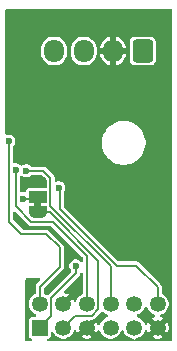
<source format=gbr>
%TF.GenerationSoftware,KiCad,Pcbnew,9.0.6*%
%TF.CreationDate,2025-12-29T21:45:30-05:00*%
%TF.ProjectId,plimsoll,706c696d-736f-46c6-9c2e-6b696361645f,rev?*%
%TF.SameCoordinates,Original*%
%TF.FileFunction,Copper,L4,Bot*%
%TF.FilePolarity,Positive*%
%FSLAX46Y46*%
G04 Gerber Fmt 4.6, Leading zero omitted, Abs format (unit mm)*
G04 Created by KiCad (PCBNEW 9.0.6) date 2025-12-29 21:45:30*
%MOMM*%
%LPD*%
G01*
G04 APERTURE LIST*
G04 Aperture macros list*
%AMRoundRect*
0 Rectangle with rounded corners*
0 $1 Rounding radius*
0 $2 $3 $4 $5 $6 $7 $8 $9 X,Y pos of 4 corners*
0 Add a 4 corners polygon primitive as box body*
4,1,4,$2,$3,$4,$5,$6,$7,$8,$9,$2,$3,0*
0 Add four circle primitives for the rounded corners*
1,1,$1+$1,$2,$3*
1,1,$1+$1,$4,$5*
1,1,$1+$1,$6,$7*
1,1,$1+$1,$8,$9*
0 Add four rect primitives between the rounded corners*
20,1,$1+$1,$2,$3,$4,$5,0*
20,1,$1+$1,$4,$5,$6,$7,0*
20,1,$1+$1,$6,$7,$8,$9,0*
20,1,$1+$1,$8,$9,$2,$3,0*%
%AMFreePoly0*
4,1,23,0.550000,-0.750000,0.000000,-0.750000,0.000000,-0.745722,-0.065263,-0.745722,-0.191342,-0.711940,-0.304381,-0.646677,-0.396677,-0.554381,-0.461940,-0.441342,-0.495722,-0.315263,-0.495722,-0.250000,-0.500000,-0.250000,-0.500000,0.250000,-0.495722,0.250000,-0.495722,0.315263,-0.461940,0.441342,-0.396677,0.554381,-0.304381,0.646677,-0.191342,0.711940,-0.065263,0.745722,0.000000,0.745722,
0.000000,0.750000,0.550000,0.750000,0.550000,-0.750000,0.550000,-0.750000,$1*%
%AMFreePoly1*
4,1,23,0.000000,0.745722,0.065263,0.745722,0.191342,0.711940,0.304381,0.646677,0.396677,0.554381,0.461940,0.441342,0.495722,0.315263,0.495722,0.250000,0.500000,0.250000,0.500000,-0.250000,0.495722,-0.250000,0.495722,-0.315263,0.461940,-0.441342,0.396677,-0.554381,0.304381,-0.646677,0.191342,-0.711940,0.065263,-0.745722,0.000000,-0.745722,0.000000,-0.750000,-0.550000,-0.750000,
-0.550000,0.750000,0.000000,0.750000,0.000000,0.745722,0.000000,0.745722,$1*%
G04 Aperture macros list end*
%TA.AperFunction,EtchedComponent*%
%ADD10C,0.000000*%
%TD*%
%TA.AperFunction,ComponentPad*%
%ADD11RoundRect,0.250000X0.600000X0.725000X-0.600000X0.725000X-0.600000X-0.725000X0.600000X-0.725000X0*%
%TD*%
%TA.AperFunction,ComponentPad*%
%ADD12O,1.700000X1.950000*%
%TD*%
%TA.AperFunction,SMDPad,CuDef*%
%ADD13FreePoly0,90.000000*%
%TD*%
%TA.AperFunction,SMDPad,CuDef*%
%ADD14R,1.500000X1.000000*%
%TD*%
%TA.AperFunction,SMDPad,CuDef*%
%ADD15FreePoly1,90.000000*%
%TD*%
%TA.AperFunction,ComponentPad*%
%ADD16R,1.350000X1.350000*%
%TD*%
%TA.AperFunction,ComponentPad*%
%ADD17C,1.350000*%
%TD*%
%TA.AperFunction,ViaPad*%
%ADD18C,0.600000*%
%TD*%
%TA.AperFunction,Conductor*%
%ADD19C,0.200000*%
%TD*%
G04 APERTURE END LIST*
D10*
%TA.AperFunction,EtchedComponent*%
%TO.C,JP2*%
G36*
X29630000Y-37310000D02*
G01*
X29030000Y-37310000D01*
X29030000Y-36810000D01*
X29630000Y-36810000D01*
X29630000Y-37310000D01*
G37*
%TD.AperFunction*%
%TD*%
D11*
%TO.P,J3,1,Pin_1*%
%TO.N,+3.3VADC*%
X38200000Y-24060000D03*
D12*
%TO.P,J3,2,Pin_2*%
%TO.N,GND*%
X35700000Y-24060000D03*
%TO.P,J3,3,Pin_3*%
%TO.N,/Signal-*%
X33200000Y-24060000D03*
%TO.P,J3,4,Pin_4*%
%TO.N,/Signal+*%
X30700000Y-24060000D03*
%TD*%
D13*
%TO.P,JP2,1,A*%
%TO.N,/B6*%
X29330000Y-37710000D03*
D14*
%TO.P,JP2,2,C*%
%TO.N,Net-(JP2-C)*%
X29330000Y-36410000D03*
D15*
%TO.P,JP2,3,B*%
%TO.N,GND*%
X29330000Y-35110000D03*
%TD*%
D16*
%TO.P,J1,1,Pin_1*%
%TO.N,VBUS*%
X29480000Y-47480000D03*
D17*
%TO.P,J1,2,Pin_2*%
%TO.N,+3V3*%
X29480000Y-45480000D03*
%TO.P,J1,3,Pin_3*%
%TO.N,/B6*%
X31480000Y-47480000D03*
%TO.P,J1,4,Pin_4*%
%TO.N,GND*%
X31480000Y-45480000D03*
%TO.P,J1,5,Pin_5*%
X33480000Y-47480000D03*
%TO.P,J1,6,Pin_6*%
%TO.N,/B5*%
X33480000Y-45480000D03*
%TO.P,J1,7,Pin_7*%
%TO.N,/D2*%
X35480000Y-47480000D03*
%TO.P,J1,8,Pin_8*%
%TO.N,/B4*%
X35480000Y-45480000D03*
%TO.P,J1,9,Pin_9*%
%TO.N,/D3*%
X37480000Y-47480000D03*
%TO.P,J1,10,Pin_10*%
%TO.N,/B3*%
X37480000Y-45480000D03*
%TO.P,J1,11,Pin_11*%
%TO.N,GND*%
X39480000Y-47480000D03*
%TO.P,J1,12,Pin_12*%
%TO.N,/C13*%
X39480000Y-45480000D03*
%TD*%
D18*
%TO.N,GND*%
X40040000Y-42970000D03*
X40170000Y-38790000D03*
X38910000Y-33670000D03*
X34120000Y-28720000D03*
X28262500Y-29962500D03*
X36280000Y-35670000D03*
X32660000Y-32660000D03*
X31780000Y-21800000D03*
X32050000Y-41080000D03*
X39410000Y-21710000D03*
X27990000Y-21730000D03*
X39780000Y-27150000D03*
X31060000Y-34240000D03*
X33340000Y-37660000D03*
X27470000Y-25810000D03*
X34050000Y-38670000D03*
X28850000Y-43950000D03*
X38400000Y-35730000D03*
X28190000Y-28440000D03*
%TO.N,VBUS*%
X32540000Y-42260000D03*
%TO.N,+3V3*%
X26880000Y-31690000D03*
%TO.N,/C13*%
X31100000Y-35630000D03*
%TO.N,/B4*%
X28360000Y-34190000D03*
%TO.N,Net-(JP2-C)*%
X28050000Y-36560000D03*
%TO.N,/B5*%
X27480000Y-34110000D03*
%TD*%
D19*
%TO.N,VBUS*%
X32540000Y-42260000D02*
X32540000Y-42860000D01*
X30456000Y-44944000D02*
X30456000Y-46504000D01*
X30456000Y-46504000D02*
X29480000Y-47480000D01*
X32540000Y-42860000D02*
X30456000Y-44944000D01*
%TO.N,+3V3*%
X31160000Y-40660000D02*
X30049305Y-39549305D01*
X29480000Y-45480000D02*
X29480000Y-44040000D01*
X30049305Y-39549305D02*
X27919305Y-39549305D01*
X31160000Y-42360000D02*
X31160000Y-40660000D01*
X27919305Y-39549305D02*
X26880000Y-38510000D01*
X26880000Y-38510000D02*
X26880000Y-31690000D01*
X29480000Y-44040000D02*
X31160000Y-42360000D01*
%TO.N,/C13*%
X37646100Y-42229000D02*
X39480000Y-44062900D01*
X31100000Y-35630000D02*
X31190000Y-35720000D01*
X31190000Y-35720000D02*
X31190000Y-37412900D01*
X36006100Y-42229000D02*
X37646100Y-42229000D01*
X31190000Y-37412900D02*
X36006100Y-42229000D01*
X39480000Y-44062900D02*
X39480000Y-45480000D01*
%TO.N,/B4*%
X35480000Y-42270000D02*
X30386000Y-37176000D01*
X29799856Y-34190000D02*
X28360000Y-34190000D01*
X30386000Y-34776144D02*
X29799856Y-34190000D01*
X35480000Y-45480000D02*
X35480000Y-42270000D01*
X30386000Y-37176000D02*
X30386000Y-34776144D01*
%TO.N,/B6*%
X30352900Y-37710000D02*
X29330000Y-37710000D01*
X34456000Y-41813100D02*
X30352900Y-37710000D01*
X34456000Y-45884273D02*
X34456000Y-41813100D01*
X33884273Y-46456000D02*
X34456000Y-45884273D01*
X31480000Y-47480000D02*
X32504000Y-46456000D01*
X32504000Y-46456000D02*
X33884273Y-46456000D01*
%TO.N,Net-(JP2-C)*%
X28050000Y-36560000D02*
X29180000Y-36560000D01*
X29180000Y-36560000D02*
X29330000Y-36410000D01*
%TO.N,/B5*%
X30625800Y-38550000D02*
X28780144Y-38550000D01*
X28780144Y-38550000D02*
X27449000Y-37218856D01*
X33480000Y-45480000D02*
X33480000Y-41404200D01*
X27449000Y-37218856D02*
X27449000Y-34141000D01*
X33480000Y-41404200D02*
X30625800Y-38550000D01*
X27449000Y-34141000D02*
X27480000Y-34110000D01*
%TD*%
%TA.AperFunction,Conductor*%
%TO.N,GND*%
G36*
X29491199Y-43320480D02*
G01*
X29536954Y-43373284D01*
X29546898Y-43442442D01*
X29517873Y-43505998D01*
X29511841Y-43512476D01*
X29199531Y-43824786D01*
X29199527Y-43824791D01*
X29186311Y-43847685D01*
X29186309Y-43847688D01*
X29186306Y-43847694D01*
X29153386Y-43904711D01*
X29129500Y-43993856D01*
X29129500Y-44540573D01*
X29109815Y-44607612D01*
X29057011Y-44653367D01*
X29052957Y-44655132D01*
X29041614Y-44659830D01*
X29041608Y-44659833D01*
X28890032Y-44761113D01*
X28890024Y-44761119D01*
X28761119Y-44890024D01*
X28761113Y-44890032D01*
X28659833Y-45041608D01*
X28659831Y-45041612D01*
X28590068Y-45210037D01*
X28590065Y-45210047D01*
X28554500Y-45388843D01*
X28554500Y-45388846D01*
X28554500Y-45571154D01*
X28554500Y-45571156D01*
X28554499Y-45571156D01*
X28590065Y-45749952D01*
X28590068Y-45749962D01*
X28659831Y-45918387D01*
X28659833Y-45918391D01*
X28761113Y-46069967D01*
X28761119Y-46069975D01*
X28890024Y-46198880D01*
X28890032Y-46198886D01*
X29041608Y-46300166D01*
X29041612Y-46300168D01*
X29079687Y-46315939D01*
X29134091Y-46359780D01*
X29156156Y-46426074D01*
X29138877Y-46493773D01*
X29087740Y-46541384D01*
X29032235Y-46554500D01*
X28780323Y-46554500D01*
X28707264Y-46569032D01*
X28707260Y-46569033D01*
X28624399Y-46624399D01*
X28569033Y-46707260D01*
X28569032Y-46707264D01*
X28554500Y-46780321D01*
X28554500Y-48179678D01*
X28569032Y-48252735D01*
X28569033Y-48252739D01*
X28569034Y-48252740D01*
X28624399Y-48335601D01*
X28675783Y-48369934D01*
X28707260Y-48390966D01*
X28707263Y-48390967D01*
X28772194Y-48403883D01*
X28834105Y-48436268D01*
X28868679Y-48496984D01*
X28864939Y-48566753D01*
X28824072Y-48623425D01*
X28759054Y-48649007D01*
X28748002Y-48649500D01*
X28394500Y-48649500D01*
X28327461Y-48629815D01*
X28281706Y-48577011D01*
X28270500Y-48525500D01*
X28270500Y-43424800D01*
X28290185Y-43357761D01*
X28342989Y-43312006D01*
X28394497Y-43300800D01*
X29348078Y-43300795D01*
X29378494Y-43305099D01*
X29413818Y-43300795D01*
X29424160Y-43300795D01*
X29491199Y-43320480D01*
G37*
%TD.AperFunction*%
%TA.AperFunction,Conductor*%
G36*
X33080000Y-47532661D02*
G01*
X33107259Y-47634394D01*
X33159920Y-47725606D01*
X33234394Y-47800080D01*
X33325606Y-47852741D01*
X33427339Y-47880000D01*
X33433553Y-47880000D01*
X33025050Y-48288500D01*
X33041849Y-48299725D01*
X33041855Y-48299728D01*
X33210182Y-48369451D01*
X33210194Y-48369454D01*
X33383277Y-48403883D01*
X33445188Y-48436268D01*
X33479762Y-48496983D01*
X33479312Y-48505363D01*
X33507201Y-48444297D01*
X33565979Y-48406523D01*
X33576723Y-48403883D01*
X33749805Y-48369454D01*
X33749813Y-48369452D01*
X33918151Y-48299724D01*
X33918154Y-48299723D01*
X33934947Y-48288500D01*
X33934948Y-48288500D01*
X33526448Y-47880000D01*
X33532661Y-47880000D01*
X33634394Y-47852741D01*
X33725606Y-47800080D01*
X33800080Y-47725606D01*
X33852741Y-47634394D01*
X33880000Y-47532661D01*
X33880000Y-47526448D01*
X34288500Y-47934948D01*
X34288500Y-47934947D01*
X34299723Y-47918154D01*
X34299726Y-47918148D01*
X34365168Y-47760156D01*
X34409008Y-47705752D01*
X34475302Y-47683687D01*
X34543002Y-47700966D01*
X34590613Y-47752103D01*
X34594290Y-47760155D01*
X34659833Y-47918390D01*
X34659833Y-47918391D01*
X34761113Y-48069967D01*
X34761119Y-48069975D01*
X34890024Y-48198880D01*
X34890032Y-48198886D01*
X35041608Y-48300166D01*
X35041612Y-48300168D01*
X35210037Y-48369931D01*
X35210042Y-48369933D01*
X35210046Y-48369933D01*
X35210047Y-48369934D01*
X35368735Y-48401500D01*
X35368737Y-48401500D01*
X35388846Y-48405500D01*
X35571154Y-48405500D01*
X35591263Y-48401500D01*
X35591265Y-48401500D01*
X35698417Y-48380185D01*
X35749958Y-48369933D01*
X35918389Y-48300167D01*
X35918391Y-48300166D01*
X35993672Y-48249864D01*
X36069972Y-48198883D01*
X36198883Y-48069972D01*
X36289103Y-47934948D01*
X36300166Y-47918391D01*
X36300168Y-47918387D01*
X36365439Y-47760808D01*
X36409280Y-47706404D01*
X36475574Y-47684339D01*
X36543273Y-47701618D01*
X36590884Y-47752755D01*
X36594561Y-47760808D01*
X36659831Y-47918387D01*
X36659833Y-47918391D01*
X36761113Y-48069967D01*
X36761119Y-48069975D01*
X36890024Y-48198880D01*
X36890032Y-48198886D01*
X37041608Y-48300166D01*
X37041612Y-48300168D01*
X37210037Y-48369931D01*
X37210042Y-48369933D01*
X37210046Y-48369933D01*
X37210047Y-48369934D01*
X37380715Y-48403883D01*
X37442626Y-48436268D01*
X37477200Y-48496984D01*
X37473460Y-48566753D01*
X37432593Y-48623425D01*
X37367575Y-48649007D01*
X37356523Y-48649500D01*
X33600914Y-48649500D01*
X33533875Y-48629815D01*
X33488120Y-48577011D01*
X33478907Y-48512937D01*
X33476023Y-48566753D01*
X33435157Y-48623425D01*
X33370138Y-48649006D01*
X33359086Y-48649500D01*
X30211998Y-48649500D01*
X30144959Y-48629815D01*
X30099204Y-48577011D01*
X30089260Y-48507853D01*
X30118285Y-48444297D01*
X30177063Y-48406523D01*
X30187806Y-48403883D01*
X30252736Y-48390967D01*
X30252737Y-48390966D01*
X30252740Y-48390966D01*
X30335601Y-48335601D01*
X30390966Y-48252740D01*
X30405500Y-48179674D01*
X30405500Y-47927765D01*
X30425185Y-47860726D01*
X30477989Y-47814971D01*
X30547147Y-47805027D01*
X30610703Y-47834052D01*
X30644061Y-47880313D01*
X30659831Y-47918387D01*
X30659833Y-47918391D01*
X30761113Y-48069967D01*
X30761119Y-48069975D01*
X30890024Y-48198880D01*
X30890032Y-48198886D01*
X31041608Y-48300166D01*
X31041612Y-48300168D01*
X31210037Y-48369931D01*
X31210042Y-48369933D01*
X31210046Y-48369933D01*
X31210047Y-48369934D01*
X31368735Y-48401500D01*
X31368737Y-48401500D01*
X31388846Y-48405500D01*
X31571154Y-48405500D01*
X31591263Y-48401500D01*
X31591265Y-48401500D01*
X31698417Y-48380185D01*
X31749958Y-48369933D01*
X31918389Y-48300167D01*
X31918391Y-48300166D01*
X31993672Y-48249864D01*
X32069972Y-48198883D01*
X32198883Y-48069972D01*
X32289103Y-47934948D01*
X32300166Y-47918391D01*
X32300168Y-47918387D01*
X32365709Y-47760156D01*
X32409550Y-47705752D01*
X32475844Y-47683687D01*
X32543543Y-47700966D01*
X32591154Y-47752103D01*
X32594831Y-47760156D01*
X32660271Y-47918145D01*
X32671498Y-47934947D01*
X33080000Y-47526445D01*
X33080000Y-47532661D01*
G37*
%TD.AperFunction*%
%TA.AperFunction,Conductor*%
G36*
X40642539Y-20520185D02*
G01*
X40688294Y-20572989D01*
X40699500Y-20624500D01*
X40699500Y-48525500D01*
X40679815Y-48592539D01*
X40627011Y-48638294D01*
X40575500Y-48649500D01*
X37603477Y-48649500D01*
X37536438Y-48629815D01*
X37490683Y-48577011D01*
X37480739Y-48507853D01*
X37509764Y-48444297D01*
X37568542Y-48406523D01*
X37579285Y-48403883D01*
X37693070Y-48381248D01*
X37749958Y-48369933D01*
X37918389Y-48300167D01*
X37918391Y-48300166D01*
X37993672Y-48249864D01*
X38069972Y-48198883D01*
X38198883Y-48069972D01*
X38289103Y-47934948D01*
X38300166Y-47918391D01*
X38300168Y-47918387D01*
X38365709Y-47760156D01*
X38409550Y-47705752D01*
X38475844Y-47683687D01*
X38543543Y-47700966D01*
X38591154Y-47752103D01*
X38594831Y-47760156D01*
X38660271Y-47918145D01*
X38671498Y-47934947D01*
X39080000Y-47526445D01*
X39080000Y-47532661D01*
X39107259Y-47634394D01*
X39159920Y-47725606D01*
X39234394Y-47800080D01*
X39325606Y-47852741D01*
X39427339Y-47880000D01*
X39433553Y-47880000D01*
X39025050Y-48288500D01*
X39041849Y-48299725D01*
X39041855Y-48299728D01*
X39210182Y-48369451D01*
X39210194Y-48369454D01*
X39371297Y-48401500D01*
X39588703Y-48401500D01*
X39749805Y-48369454D01*
X39749813Y-48369452D01*
X39918151Y-48299724D01*
X39918154Y-48299723D01*
X39934947Y-48288500D01*
X39934948Y-48288500D01*
X39526448Y-47880000D01*
X39532661Y-47880000D01*
X39634394Y-47852741D01*
X39725606Y-47800080D01*
X39800080Y-47725606D01*
X39852741Y-47634394D01*
X39880000Y-47532661D01*
X39880000Y-47526448D01*
X40288500Y-47934948D01*
X40288500Y-47934947D01*
X40299723Y-47918154D01*
X40299724Y-47918151D01*
X40369452Y-47749813D01*
X40369454Y-47749805D01*
X40404999Y-47571109D01*
X40405000Y-47571106D01*
X40405000Y-47388894D01*
X40404999Y-47388890D01*
X40369454Y-47210194D01*
X40369451Y-47210182D01*
X40299728Y-47041855D01*
X40299725Y-47041849D01*
X40288500Y-47025050D01*
X39880000Y-47433551D01*
X39880000Y-47427339D01*
X39852741Y-47325606D01*
X39800080Y-47234394D01*
X39725606Y-47159920D01*
X39634394Y-47107259D01*
X39532661Y-47080000D01*
X39526447Y-47080000D01*
X39934947Y-46671498D01*
X39918145Y-46660271D01*
X39760156Y-46594831D01*
X39705752Y-46550990D01*
X39683687Y-46484696D01*
X39700966Y-46416997D01*
X39752103Y-46369386D01*
X39760156Y-46365709D01*
X39918387Y-46300168D01*
X39918391Y-46300166D01*
X39993672Y-46249864D01*
X40069972Y-46198883D01*
X40198883Y-46069972D01*
X40300167Y-45918389D01*
X40369933Y-45749958D01*
X40399249Y-45602580D01*
X40405500Y-45571156D01*
X40405500Y-45388843D01*
X40369934Y-45210047D01*
X40369933Y-45210046D01*
X40369933Y-45210042D01*
X40365709Y-45199844D01*
X40300168Y-45041612D01*
X40300166Y-45041608D01*
X40198886Y-44890032D01*
X40198880Y-44890024D01*
X40069975Y-44761119D01*
X40069967Y-44761113D01*
X39918391Y-44659833D01*
X39918385Y-44659830D01*
X39907043Y-44655132D01*
X39852641Y-44611289D01*
X39830579Y-44544994D01*
X39830500Y-44540573D01*
X39830500Y-44016758D01*
X39830500Y-44016756D01*
X39806614Y-43927612D01*
X39806611Y-43927606D01*
X39760473Y-43847694D01*
X39760470Y-43847691D01*
X39760469Y-43847688D01*
X39695212Y-43782431D01*
X37861312Y-41948530D01*
X37861311Y-41948529D01*
X37861308Y-41948527D01*
X37781390Y-41902387D01*
X37781389Y-41902386D01*
X37781388Y-41902386D01*
X37692244Y-41878500D01*
X37692243Y-41878500D01*
X36202644Y-41878500D01*
X36135605Y-41858815D01*
X36114963Y-41842181D01*
X31576819Y-37304037D01*
X31543334Y-37242714D01*
X31540500Y-37216356D01*
X31540500Y-36001256D01*
X31557112Y-35939257D01*
X31612984Y-35842485D01*
X31650500Y-35702475D01*
X31650500Y-35557525D01*
X31612984Y-35417515D01*
X31540509Y-35291985D01*
X31438015Y-35189491D01*
X31438013Y-35189490D01*
X31438011Y-35189488D01*
X31312488Y-35117017D01*
X31312489Y-35117017D01*
X31301006Y-35113940D01*
X31172475Y-35079500D01*
X31027525Y-35079500D01*
X30892593Y-35115655D01*
X30822743Y-35113992D01*
X30764881Y-35074829D01*
X30737377Y-35010601D01*
X30736500Y-34995880D01*
X30736500Y-34730002D01*
X30736500Y-34730000D01*
X30712614Y-34640856D01*
X30706640Y-34630509D01*
X30666470Y-34560932D01*
X30015068Y-33909530D01*
X30015067Y-33909529D01*
X30015064Y-33909527D01*
X29935146Y-33863387D01*
X29935142Y-33863385D01*
X29924486Y-33860530D01*
X29924486Y-33860529D01*
X29860363Y-33843348D01*
X29846000Y-33839500D01*
X29845999Y-33839500D01*
X28839386Y-33839500D01*
X28772347Y-33819815D01*
X28751705Y-33803181D01*
X28698017Y-33749493D01*
X28698011Y-33749488D01*
X28572488Y-33677017D01*
X28572489Y-33677017D01*
X28544409Y-33669493D01*
X28432475Y-33639500D01*
X28287525Y-33639500D01*
X28147515Y-33677016D01*
X28025791Y-33747293D01*
X27957892Y-33763766D01*
X27891865Y-33740914D01*
X27876111Y-33727587D01*
X27818017Y-33669493D01*
X27818011Y-33669488D01*
X27692488Y-33597017D01*
X27692489Y-33597017D01*
X27681006Y-33593940D01*
X27552475Y-33559500D01*
X27407525Y-33559500D01*
X27386592Y-33565108D01*
X27316743Y-33563446D01*
X27258881Y-33524283D01*
X27231377Y-33460055D01*
X27230500Y-33445334D01*
X27230500Y-32169386D01*
X27250185Y-32102347D01*
X27266819Y-32081705D01*
X27320509Y-32028015D01*
X27392984Y-31902485D01*
X27430500Y-31762475D01*
X27430500Y-31718417D01*
X34749500Y-31718417D01*
X34749500Y-31960994D01*
X34781161Y-32201491D01*
X34843947Y-32435810D01*
X34936773Y-32659911D01*
X34936776Y-32659918D01*
X35058064Y-32869995D01*
X35058066Y-32869998D01*
X35058067Y-32869999D01*
X35205733Y-33062442D01*
X35205739Y-33062449D01*
X35377256Y-33233966D01*
X35377262Y-33233971D01*
X35569711Y-33381642D01*
X35779788Y-33502930D01*
X36003900Y-33595760D01*
X36238211Y-33658544D01*
X36418586Y-33682290D01*
X36478711Y-33690206D01*
X36478712Y-33690206D01*
X36721289Y-33690206D01*
X36769388Y-33683873D01*
X36961789Y-33658544D01*
X37196100Y-33595760D01*
X37420212Y-33502930D01*
X37630289Y-33381642D01*
X37822738Y-33233971D01*
X37994265Y-33062444D01*
X38141936Y-32869995D01*
X38263224Y-32659918D01*
X38356054Y-32435806D01*
X38418838Y-32201495D01*
X38450500Y-31960994D01*
X38450500Y-31718418D01*
X38418838Y-31477917D01*
X38356054Y-31243606D01*
X38263224Y-31019494D01*
X38141936Y-30809417D01*
X37994265Y-30616968D01*
X37994260Y-30616962D01*
X37822743Y-30445445D01*
X37822736Y-30445439D01*
X37630293Y-30297773D01*
X37630292Y-30297772D01*
X37630289Y-30297770D01*
X37420212Y-30176482D01*
X37420205Y-30176479D01*
X37196104Y-30083653D01*
X36961785Y-30020867D01*
X36721289Y-29989206D01*
X36721288Y-29989206D01*
X36478712Y-29989206D01*
X36478711Y-29989206D01*
X36238214Y-30020867D01*
X36003895Y-30083653D01*
X35779794Y-30176479D01*
X35779785Y-30176483D01*
X35569706Y-30297773D01*
X35377263Y-30445439D01*
X35377256Y-30445445D01*
X35205739Y-30616962D01*
X35205733Y-30616969D01*
X35058067Y-30809412D01*
X34936777Y-31019491D01*
X34936773Y-31019500D01*
X34843947Y-31243601D01*
X34781161Y-31477920D01*
X34749500Y-31718417D01*
X27430500Y-31718417D01*
X27430500Y-31617525D01*
X27392984Y-31477515D01*
X27320509Y-31351985D01*
X27218015Y-31249491D01*
X27218013Y-31249490D01*
X27218011Y-31249488D01*
X27092488Y-31177017D01*
X27092489Y-31177017D01*
X27081006Y-31173940D01*
X26952475Y-31139500D01*
X26807525Y-31139500D01*
X26736593Y-31158506D01*
X26666743Y-31156843D01*
X26608881Y-31117680D01*
X26581377Y-31053451D01*
X26580500Y-31038731D01*
X26580500Y-23848389D01*
X29599500Y-23848389D01*
X29599500Y-24271610D01*
X29626579Y-24442585D01*
X29626598Y-24442701D01*
X29680127Y-24607445D01*
X29758768Y-24761788D01*
X29860586Y-24901928D01*
X29983072Y-25024414D01*
X30123212Y-25126232D01*
X30277555Y-25204873D01*
X30442299Y-25258402D01*
X30613389Y-25285500D01*
X30613390Y-25285500D01*
X30786610Y-25285500D01*
X30786611Y-25285500D01*
X30957701Y-25258402D01*
X31122445Y-25204873D01*
X31276788Y-25126232D01*
X31416928Y-25024414D01*
X31539414Y-24901928D01*
X31641232Y-24761788D01*
X31719873Y-24607445D01*
X31773402Y-24442701D01*
X31800500Y-24271611D01*
X31800500Y-23848389D01*
X32099500Y-23848389D01*
X32099500Y-24271610D01*
X32126579Y-24442585D01*
X32126598Y-24442701D01*
X32180127Y-24607445D01*
X32258768Y-24761788D01*
X32360586Y-24901928D01*
X32483072Y-25024414D01*
X32623212Y-25126232D01*
X32777555Y-25204873D01*
X32942299Y-25258402D01*
X33113389Y-25285500D01*
X33113390Y-25285500D01*
X33286610Y-25285500D01*
X33286611Y-25285500D01*
X33457701Y-25258402D01*
X33622445Y-25204873D01*
X33776788Y-25126232D01*
X33916928Y-25024414D01*
X34039414Y-24901928D01*
X34141232Y-24761788D01*
X34219873Y-24607445D01*
X34273402Y-24442701D01*
X34300500Y-24271611D01*
X34300500Y-23848389D01*
X34294420Y-23810000D01*
X34606086Y-23810000D01*
X35295854Y-23810000D01*
X35257370Y-23876657D01*
X35225000Y-23997465D01*
X35225000Y-24122535D01*
X35257370Y-24243343D01*
X35295854Y-24310000D01*
X34606086Y-24310000D01*
X34627086Y-24442585D01*
X34680591Y-24607257D01*
X34759195Y-24761524D01*
X34860967Y-24901602D01*
X34983397Y-25024032D01*
X35123475Y-25125804D01*
X35277744Y-25204408D01*
X35442415Y-25257914D01*
X35442414Y-25257914D01*
X35449999Y-25259115D01*
X35450000Y-25259114D01*
X35450000Y-24464145D01*
X35516657Y-24502630D01*
X35637465Y-24535000D01*
X35762535Y-24535000D01*
X35883343Y-24502630D01*
X35950000Y-24464145D01*
X35950000Y-25259115D01*
X35957584Y-25257914D01*
X36122255Y-25204408D01*
X36276524Y-25125804D01*
X36416602Y-25024032D01*
X36539032Y-24901602D01*
X36640804Y-24761524D01*
X36719408Y-24607257D01*
X36772913Y-24442585D01*
X36793914Y-24310000D01*
X36104146Y-24310000D01*
X36142630Y-24243343D01*
X36175000Y-24122535D01*
X36175000Y-23997465D01*
X36142630Y-23876657D01*
X36104146Y-23810000D01*
X36793914Y-23810000D01*
X36772913Y-23677414D01*
X36719408Y-23512742D01*
X36640802Y-23358471D01*
X36639505Y-23356686D01*
X36639504Y-23356685D01*
X36588973Y-23287135D01*
X37099500Y-23287135D01*
X37099500Y-24832870D01*
X37099501Y-24832876D01*
X37105908Y-24892483D01*
X37156202Y-25027328D01*
X37156206Y-25027335D01*
X37242452Y-25142544D01*
X37242455Y-25142547D01*
X37357664Y-25228793D01*
X37357671Y-25228797D01*
X37492517Y-25279091D01*
X37492516Y-25279091D01*
X37499444Y-25279835D01*
X37552127Y-25285500D01*
X38847872Y-25285499D01*
X38907483Y-25279091D01*
X39042331Y-25228796D01*
X39157546Y-25142546D01*
X39243796Y-25027331D01*
X39294091Y-24892483D01*
X39300500Y-24832873D01*
X39300499Y-23287128D01*
X39294091Y-23227517D01*
X39290690Y-23218399D01*
X39243797Y-23092671D01*
X39243793Y-23092664D01*
X39157547Y-22977455D01*
X39157544Y-22977452D01*
X39042335Y-22891206D01*
X39042328Y-22891202D01*
X38907482Y-22840908D01*
X38907483Y-22840908D01*
X38847883Y-22834501D01*
X38847881Y-22834500D01*
X38847873Y-22834500D01*
X38847864Y-22834500D01*
X37552129Y-22834500D01*
X37552123Y-22834501D01*
X37492516Y-22840908D01*
X37357671Y-22891202D01*
X37357664Y-22891206D01*
X37242455Y-22977452D01*
X37242452Y-22977455D01*
X37156206Y-23092664D01*
X37156202Y-23092671D01*
X37105908Y-23227517D01*
X37099501Y-23287116D01*
X37099501Y-23287123D01*
X37099500Y-23287135D01*
X36588973Y-23287135D01*
X36539038Y-23218404D01*
X36539034Y-23218399D01*
X36416602Y-23095967D01*
X36276524Y-22994195D01*
X36122257Y-22915591D01*
X35957589Y-22862087D01*
X35957581Y-22862085D01*
X35950000Y-22860884D01*
X35950000Y-23655854D01*
X35883343Y-23617370D01*
X35762535Y-23585000D01*
X35637465Y-23585000D01*
X35516657Y-23617370D01*
X35450000Y-23655854D01*
X35450000Y-22860884D01*
X35449999Y-22860884D01*
X35442418Y-22862085D01*
X35442410Y-22862087D01*
X35277742Y-22915591D01*
X35123475Y-22994195D01*
X34983397Y-23095967D01*
X34860967Y-23218397D01*
X34759195Y-23358475D01*
X34680591Y-23512742D01*
X34627086Y-23677414D01*
X34606086Y-23810000D01*
X34294420Y-23810000D01*
X34273402Y-23677299D01*
X34219873Y-23512555D01*
X34141232Y-23358212D01*
X34039414Y-23218072D01*
X33916928Y-23095586D01*
X33776788Y-22993768D01*
X33622445Y-22915127D01*
X33457701Y-22861598D01*
X33457699Y-22861597D01*
X33457698Y-22861597D01*
X33326271Y-22840781D01*
X33286611Y-22834500D01*
X33113389Y-22834500D01*
X33073728Y-22840781D01*
X32942302Y-22861597D01*
X32777552Y-22915128D01*
X32623211Y-22993768D01*
X32543256Y-23051859D01*
X32483072Y-23095586D01*
X32483070Y-23095588D01*
X32483069Y-23095588D01*
X32360588Y-23218069D01*
X32360588Y-23218070D01*
X32360586Y-23218072D01*
X32360345Y-23218404D01*
X32258768Y-23358211D01*
X32180128Y-23512552D01*
X32126597Y-23677302D01*
X32099500Y-23848389D01*
X31800500Y-23848389D01*
X31773402Y-23677299D01*
X31719873Y-23512555D01*
X31641232Y-23358212D01*
X31539414Y-23218072D01*
X31416928Y-23095586D01*
X31276788Y-22993768D01*
X31122445Y-22915127D01*
X30957701Y-22861598D01*
X30957699Y-22861597D01*
X30957698Y-22861597D01*
X30826271Y-22840781D01*
X30786611Y-22834500D01*
X30613389Y-22834500D01*
X30573728Y-22840781D01*
X30442302Y-22861597D01*
X30277552Y-22915128D01*
X30123211Y-22993768D01*
X30043256Y-23051859D01*
X29983072Y-23095586D01*
X29983070Y-23095588D01*
X29983069Y-23095588D01*
X29860588Y-23218069D01*
X29860588Y-23218070D01*
X29860586Y-23218072D01*
X29860345Y-23218404D01*
X29758768Y-23358211D01*
X29680128Y-23512552D01*
X29626597Y-23677302D01*
X29599500Y-23848389D01*
X26580500Y-23848389D01*
X26580500Y-20624500D01*
X26600185Y-20557461D01*
X26652989Y-20511706D01*
X26704500Y-20500500D01*
X40575500Y-20500500D01*
X40642539Y-20520185D01*
G37*
%TD.AperFunction*%
%TA.AperFunction,Conductor*%
G36*
X38543273Y-45701618D02*
G01*
X38590884Y-45752755D01*
X38594561Y-45760808D01*
X38659831Y-45918387D01*
X38659833Y-45918391D01*
X38761113Y-46069967D01*
X38761119Y-46069975D01*
X38890024Y-46198880D01*
X38890032Y-46198886D01*
X39041608Y-46300166D01*
X39041612Y-46300168D01*
X39199843Y-46365709D01*
X39254247Y-46409550D01*
X39276312Y-46475844D01*
X39259033Y-46543543D01*
X39207896Y-46591154D01*
X39199844Y-46594831D01*
X39041849Y-46660274D01*
X39025050Y-46671498D01*
X39433554Y-47080000D01*
X39427339Y-47080000D01*
X39325606Y-47107259D01*
X39234394Y-47159920D01*
X39159920Y-47234394D01*
X39107259Y-47325606D01*
X39080000Y-47427339D01*
X39080000Y-47433552D01*
X38671498Y-47025050D01*
X38660274Y-47041849D01*
X38594831Y-47199844D01*
X38550990Y-47254247D01*
X38484696Y-47276312D01*
X38416996Y-47259033D01*
X38369386Y-47207895D01*
X38365709Y-47199843D01*
X38300168Y-47041612D01*
X38300166Y-47041608D01*
X38198886Y-46890032D01*
X38198880Y-46890024D01*
X38069975Y-46761119D01*
X38069967Y-46761113D01*
X37918391Y-46659833D01*
X37918387Y-46659831D01*
X37760808Y-46594561D01*
X37706404Y-46550720D01*
X37684339Y-46484426D01*
X37701618Y-46416727D01*
X37752755Y-46369116D01*
X37760808Y-46365439D01*
X37918387Y-46300168D01*
X37918391Y-46300166D01*
X37993672Y-46249864D01*
X38069972Y-46198883D01*
X38198883Y-46069972D01*
X38300167Y-45918389D01*
X38365439Y-45760808D01*
X38409280Y-45706404D01*
X38475574Y-45684339D01*
X38543273Y-45701618D01*
G37*
%TD.AperFunction*%
%TA.AperFunction,Conductor*%
G36*
X34780523Y-46129699D02*
G01*
X34806882Y-46131585D01*
X34815935Y-46137403D01*
X34822976Y-46138935D01*
X34851230Y-46160086D01*
X34890024Y-46198880D01*
X34890032Y-46198886D01*
X35041608Y-46300166D01*
X35199192Y-46365439D01*
X35253595Y-46409280D01*
X35275660Y-46475574D01*
X35258381Y-46543273D01*
X35207244Y-46590884D01*
X35199192Y-46594561D01*
X35041608Y-46659833D01*
X34890032Y-46761113D01*
X34890024Y-46761119D01*
X34761119Y-46890024D01*
X34761113Y-46890032D01*
X34659833Y-47041608D01*
X34659833Y-47041609D01*
X34594290Y-47199844D01*
X34550449Y-47254247D01*
X34484154Y-47276312D01*
X34416455Y-47259033D01*
X34368845Y-47207895D01*
X34365168Y-47199843D01*
X34299728Y-47041855D01*
X34299725Y-47041849D01*
X34288500Y-47025050D01*
X33880000Y-47433551D01*
X33880000Y-47427339D01*
X33852741Y-47325606D01*
X33800080Y-47234394D01*
X33725606Y-47159920D01*
X33634394Y-47107259D01*
X33532661Y-47080000D01*
X33526446Y-47080000D01*
X33763628Y-46842819D01*
X33824951Y-46809334D01*
X33829025Y-46808519D01*
X33840077Y-46806500D01*
X33930417Y-46806500D01*
X34019561Y-46782614D01*
X34023524Y-46780326D01*
X34099485Y-46736470D01*
X34675870Y-46160084D01*
X34683813Y-46155747D01*
X34689239Y-46148500D01*
X34713998Y-46139265D01*
X34737191Y-46126601D01*
X34746220Y-46127246D01*
X34754703Y-46124083D01*
X34780523Y-46129699D01*
G37*
%TD.AperFunction*%
%TA.AperFunction,Conductor*%
G36*
X33054311Y-42842067D02*
G01*
X33108190Y-42886552D01*
X33129465Y-42953104D01*
X33129500Y-42956056D01*
X33129500Y-44540573D01*
X33109815Y-44607612D01*
X33057011Y-44653367D01*
X33052957Y-44655132D01*
X33041614Y-44659830D01*
X33041608Y-44659833D01*
X32890032Y-44761113D01*
X32890024Y-44761119D01*
X32761119Y-44890024D01*
X32761113Y-44890032D01*
X32659833Y-45041608D01*
X32659833Y-45041609D01*
X32594290Y-45199844D01*
X32550449Y-45254247D01*
X32484154Y-45276312D01*
X32416455Y-45259033D01*
X32368845Y-45207895D01*
X32365168Y-45199843D01*
X32299728Y-45041855D01*
X32299725Y-45041849D01*
X32288500Y-45025050D01*
X31880000Y-45433551D01*
X31880000Y-45427339D01*
X31852741Y-45325606D01*
X31800080Y-45234394D01*
X31725606Y-45159920D01*
X31634394Y-45107259D01*
X31532661Y-45080000D01*
X31526446Y-45080000D01*
X31934947Y-44671498D01*
X31918145Y-44660271D01*
X31749817Y-44590548D01*
X31749805Y-44590545D01*
X31606440Y-44562028D01*
X31544529Y-44529643D01*
X31509955Y-44468928D01*
X31513694Y-44399158D01*
X31542946Y-44352735D01*
X32820470Y-43075212D01*
X32866614Y-42995288D01*
X32869110Y-42985973D01*
X32885725Y-42923963D01*
X32922089Y-42864303D01*
X32984936Y-42833773D01*
X33054311Y-42842067D01*
G37*
%TD.AperFunction*%
%TA.AperFunction,Conductor*%
G36*
X27435703Y-37701687D02*
G01*
X27442181Y-37707719D01*
X28564932Y-38830470D01*
X28616946Y-38860500D01*
X28616948Y-38860501D01*
X28644853Y-38876613D01*
X28644855Y-38876613D01*
X28644856Y-38876614D01*
X28734000Y-38900500D01*
X30429256Y-38900500D01*
X30496295Y-38920185D01*
X30516937Y-38936819D01*
X33093181Y-41513062D01*
X33107884Y-41539989D01*
X33124477Y-41565808D01*
X33125368Y-41572008D01*
X33126666Y-41574385D01*
X33129500Y-41600743D01*
X33129500Y-41771614D01*
X33109815Y-41838653D01*
X33057011Y-41884408D01*
X32987853Y-41894352D01*
X32924297Y-41865327D01*
X32917819Y-41859295D01*
X32878017Y-41819493D01*
X32878011Y-41819488D01*
X32752488Y-41747017D01*
X32752489Y-41747017D01*
X32741006Y-41743940D01*
X32612475Y-41709500D01*
X32467525Y-41709500D01*
X32338993Y-41743940D01*
X32327511Y-41747017D01*
X32201988Y-41819488D01*
X32201982Y-41819493D01*
X32099493Y-41921982D01*
X32099488Y-41921988D01*
X32027017Y-42047511D01*
X32027016Y-42047515D01*
X31989500Y-42187525D01*
X31989500Y-42332475D01*
X32025424Y-42466544D01*
X32027017Y-42472488D01*
X32099488Y-42598011D01*
X32099493Y-42598017D01*
X32115216Y-42613740D01*
X32148701Y-42675063D01*
X32143717Y-42744755D01*
X32115216Y-42789102D01*
X30185827Y-44718490D01*
X30159439Y-44732898D01*
X30134306Y-44749420D01*
X30129084Y-44749473D01*
X30124504Y-44751975D01*
X30094511Y-44749830D01*
X30064440Y-44750140D01*
X30058126Y-44747228D01*
X30054812Y-44746991D01*
X30032186Y-44735810D01*
X30030702Y-44734878D01*
X29918389Y-44659833D01*
X29897396Y-44651137D01*
X29888540Y-44645574D01*
X29872035Y-44626919D01*
X29852641Y-44611289D01*
X29849285Y-44601204D01*
X29842243Y-44593245D01*
X29838444Y-44568628D01*
X29830579Y-44544994D01*
X29830500Y-44540573D01*
X29830500Y-44236544D01*
X29850185Y-44169505D01*
X29866819Y-44148863D01*
X30642398Y-43373284D01*
X31440470Y-42575212D01*
X31486614Y-42495288D01*
X31510500Y-42406144D01*
X31510500Y-42313856D01*
X31510500Y-40613856D01*
X31486614Y-40524712D01*
X31440470Y-40444788D01*
X30264517Y-39268835D01*
X30264516Y-39268834D01*
X30264513Y-39268832D01*
X30184595Y-39222692D01*
X30184594Y-39222691D01*
X30184593Y-39222691D01*
X30095449Y-39198805D01*
X30095448Y-39198805D01*
X28115849Y-39198805D01*
X28048810Y-39179120D01*
X28028168Y-39162486D01*
X27266819Y-38401137D01*
X27233334Y-38339814D01*
X27230500Y-38313456D01*
X27230500Y-37795400D01*
X27250185Y-37728361D01*
X27302989Y-37682606D01*
X27372147Y-37672662D01*
X27435703Y-37701687D01*
G37*
%TD.AperFunction*%
%TA.AperFunction,Conductor*%
G36*
X29670351Y-34560185D02*
G01*
X29690993Y-34576819D01*
X29999181Y-34885007D01*
X30032666Y-34946330D01*
X30035500Y-34972688D01*
X30035500Y-35535500D01*
X30015815Y-35602539D01*
X29963011Y-35648294D01*
X29911500Y-35659500D01*
X28555323Y-35659500D01*
X28482264Y-35674032D01*
X28482260Y-35674033D01*
X28399399Y-35729399D01*
X28344033Y-35812260D01*
X28344032Y-35812264D01*
X28329500Y-35885321D01*
X28329500Y-35903372D01*
X28309815Y-35970411D01*
X28257011Y-36016166D01*
X28187853Y-36026110D01*
X28173408Y-36023147D01*
X28122476Y-36009500D01*
X28122475Y-36009500D01*
X27977525Y-36009500D01*
X27955592Y-36015376D01*
X27885743Y-36013714D01*
X27827881Y-35974551D01*
X27800377Y-35910323D01*
X27799500Y-35895602D01*
X27799500Y-34707386D01*
X27819185Y-34640347D01*
X27871989Y-34594592D01*
X27941147Y-34584648D01*
X28004703Y-34613673D01*
X28011181Y-34619705D01*
X28021985Y-34630509D01*
X28021986Y-34630510D01*
X28021988Y-34630511D01*
X28147511Y-34702982D01*
X28147512Y-34702982D01*
X28147515Y-34702984D01*
X28287525Y-34740500D01*
X28287528Y-34740500D01*
X28432472Y-34740500D01*
X28432475Y-34740500D01*
X28572485Y-34702984D01*
X28698015Y-34630509D01*
X28751705Y-34576819D01*
X28813028Y-34543334D01*
X28839386Y-34540500D01*
X29603312Y-34540500D01*
X29670351Y-34560185D01*
G37*
%TD.AperFunction*%
%TD*%
M02*

</source>
